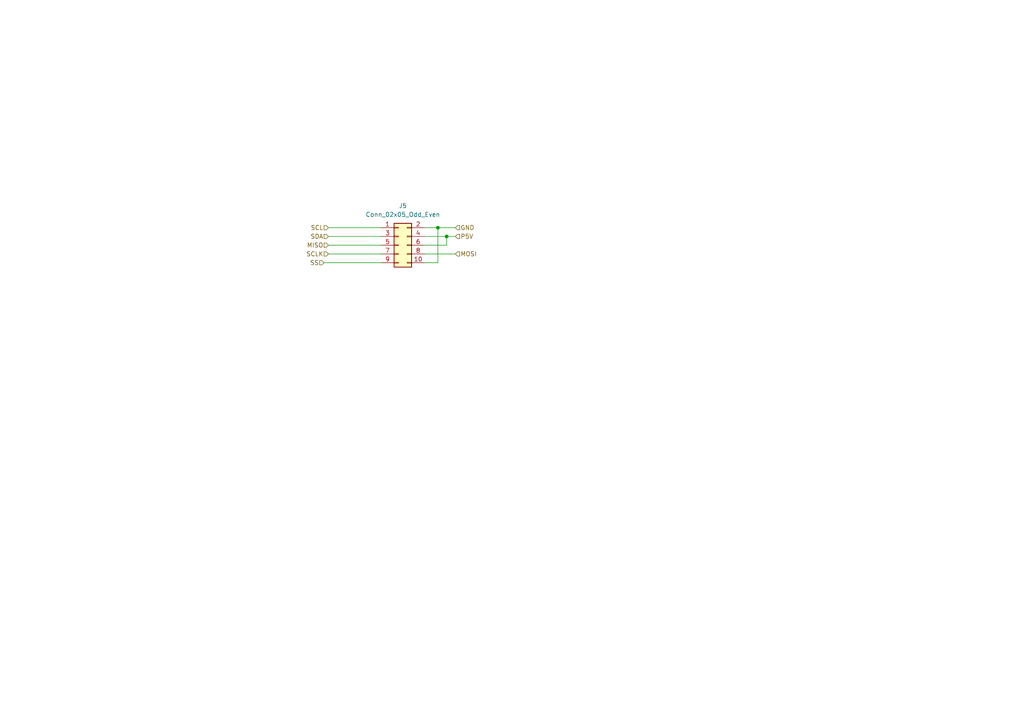
<source format=kicad_sch>
(kicad_sch (version 20230121) (generator eeschema)
  (paper "A4")
  (lib_symbols
    (symbol "Connector_Generic:Conn_02x05_Odd_Even" (pin_names (offset 1.016) hide)
      (property "Reference" "J" (at 1.27 7.62 0))
      (property "Value" "Conn_02x05_Odd_Even" (at 1.27 -7.62 0))
      (symbol "Conn_02x05_Odd_Even_1_1"
        (rectangle (start -1.27 -4.953) (end 0 -5.207) (stroke (width 0.1524)))
        (rectangle (start -1.27 -2.413) (end 0 -2.667) (stroke (width 0.1524)))
        (rectangle (start -1.27 0.127) (end 0 -0.127) (stroke (width 0.1524)))
        (rectangle (start -1.27 2.667) (end 0 2.413) (stroke (width 0.1524)))
        (rectangle (start -1.27 5.207) (end 0 4.953) (stroke (width 0.1524)))
        (rectangle (start -1.27 6.35) (end 3.81 -6.35) (stroke (width 0.254)) (fill (type background)))
        (rectangle (start 3.81 -4.953) (end 2.54 -5.207) (stroke (width 0.1524)))
        (rectangle (start 3.81 -2.413) (end 2.54 -2.667) (stroke (width 0.1524)))
        (rectangle (start 3.81 0.127) (end 2.54 -0.127) (stroke (width 0.1524)))
        (rectangle (start 3.81 2.667) (end 2.54 2.413) (stroke (width 0.1524)))
        (rectangle (start 3.81 5.207) (end 2.54 4.953) (stroke (width 0.1524)))
        (pin passive line (at -5.08 5.08 0) (length 3.81) (name "Pin_1") (number "1"))
        (pin passive line (at 7.62 -5.08 180) (length 3.81) (name "Pin_10") (number "10"))
        (pin passive line (at 7.62 5.08 180) (length 3.81) (name "Pin_2") (number "2"))
        (pin passive line (at -5.08 2.54 0) (length 3.81) (name "Pin_3") (number "3"))
        (pin passive line (at 7.62 2.54 180) (length 3.81) (name "Pin_4") (number "4"))
        (pin passive line (at -5.08 0 0) (length 3.81) (name "Pin_5") (number "5"))
        (pin passive line (at 7.62 0 180) (length 3.81) (name "Pin_6") (number "6"))
        (pin passive line (at -5.08 -2.54 0) (length 3.81) (name "Pin_7") (number "7"))
        (pin passive line (at 7.62 -2.54 180) (length 3.81) (name "Pin_8") (number "8"))
        (pin passive line (at -5.08 -5.08 0) (length 3.81) (name "Pin_9") (number "9"))
      )
    )
  )
  (junction (at 127 66.04))
  (junction (at 129.54 68.58))
  (wire (pts (xy 93.98 76.2) (xy 110.49 76.2)))
  (wire (pts (xy 95.25 73.66) (xy 110.49 73.66)))
  (wire (pts (xy 123.19 66.04) (xy 127 66.04)))
  (wire (pts (xy 95.25 66.04) (xy 110.49 66.04)))
  (wire (pts (xy 123.19 68.58) (xy 129.54 68.58)))
  (wire (pts (xy 123.19 76.2) (xy 127 76.2)))
  (wire (pts (xy 127 66.04) (xy 132.08 66.04)))
  (wire (pts (xy 127 76.2) (xy 127 66.04)))
  (wire (pts (xy 129.54 68.58) (xy 129.54 71.12)))
  (wire (pts (xy 129.54 68.58) (xy 132.08 68.58)))
  (wire (pts (xy 95.25 68.58) (xy 110.49 68.58)))
  (wire (pts (xy 123.19 73.66) (xy 132.08 73.66)))
  (wire (pts (xy 123.19 71.12) (xy 129.54 71.12)))
  (wire (pts (xy 95.25 71.12) (xy 110.49 71.12)))
  (hierarchical_label "MISO" (shape input) (at 95.25 71.12 180))
  (hierarchical_label "SDA" (shape input) (at 95.25 68.58 180))
  (hierarchical_label "GND" (shape input) (at 132.08 66.04 0))
  (hierarchical_label "SS" (shape input) (at 93.98 76.2 180))
  (hierarchical_label "SCLK" (shape input) (at 95.25 73.66 180))
  (hierarchical_label "P5V" (shape input) (at 132.08 68.58 0))
  (hierarchical_label "MOSI" (shape input) (at 132.08 73.66 0))
  (hierarchical_label "SCL" (shape input) (at 95.25 66.04 180))
  (symbol (lib_id "Connector_Generic:Conn_02x05_Odd_Even") (at 115.57 71.12 0) (unit 1)
    (property "Reference" "J5" (at 116.84 59.69 0))
    (property "Value" "Conn_02x05_Odd_Even" (at 116.84 62.23 0))
    (property "Footprint" "Connector_PinHeader_2.54mm:PinHeader_2x05_P2.54mm_Vertical" (effects hide))
  )
)
</source>
